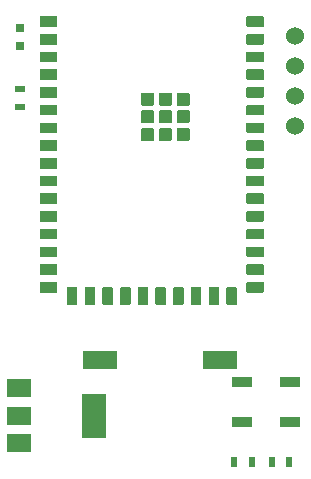
<source format=gbr>
G04 #@! TF.GenerationSoftware,KiCad,Pcbnew,(5.1.7)-1*
G04 #@! TF.CreationDate,2021-10-09T11:46:55+02:00*
G04 #@! TF.ProjectId,20210211_eduino,32303231-3032-4313-915f-656475696e6f,v1.0*
G04 #@! TF.SameCoordinates,Original*
G04 #@! TF.FileFunction,Paste,Bot*
G04 #@! TF.FilePolarity,Positive*
%FSLAX46Y46*%
G04 Gerber Fmt 4.6, Leading zero omitted, Abs format (unit mm)*
G04 Created by KiCad (PCBNEW (5.1.7)-1) date 2021-10-09 11:46:55*
%MOMM*%
%LPD*%
G01*
G04 APERTURE LIST*
%ADD10R,0.750000X0.800000*%
%ADD11R,0.900000X0.500000*%
%ADD12R,1.700000X0.900000*%
%ADD13R,2.000000X1.500000*%
%ADD14R,2.000000X3.800000*%
%ADD15C,1.524000*%
%ADD16R,0.500000X0.900000*%
%ADD17R,3.000000X1.500000*%
G04 APERTURE END LIST*
D10*
X129032000Y-43422000D03*
X129032000Y-41922000D03*
D11*
X129032000Y-48577500D03*
X129032000Y-47077500D03*
D12*
X151892000Y-71858400D03*
X151892000Y-75258400D03*
X147828000Y-75258400D03*
X147828000Y-71858400D03*
G36*
G01*
X149660000Y-40997100D02*
X149660000Y-41754900D01*
G75*
G02*
X149588900Y-41826000I-71100J0D01*
G01*
X148231100Y-41826000D01*
G75*
G02*
X148160000Y-41754900I0J71100D01*
G01*
X148160000Y-40997100D01*
G75*
G02*
X148231100Y-40926000I71100J0D01*
G01*
X149588900Y-40926000D01*
G75*
G02*
X149660000Y-40997100I0J-71100D01*
G01*
G37*
G36*
G01*
X149660000Y-42497100D02*
X149660000Y-43254900D01*
G75*
G02*
X149588900Y-43326000I-71100J0D01*
G01*
X148231100Y-43326000D01*
G75*
G02*
X148160000Y-43254900I0J71100D01*
G01*
X148160000Y-42497100D01*
G75*
G02*
X148231100Y-42426000I71100J0D01*
G01*
X149588900Y-42426000D01*
G75*
G02*
X149660000Y-42497100I0J-71100D01*
G01*
G37*
G36*
G01*
X149660000Y-43997100D02*
X149660000Y-44754900D01*
G75*
G02*
X149588900Y-44826000I-71100J0D01*
G01*
X148231100Y-44826000D01*
G75*
G02*
X148160000Y-44754900I0J71100D01*
G01*
X148160000Y-43997100D01*
G75*
G02*
X148231100Y-43926000I71100J0D01*
G01*
X149588900Y-43926000D01*
G75*
G02*
X149660000Y-43997100I0J-71100D01*
G01*
G37*
G36*
G01*
X149660000Y-45497100D02*
X149660000Y-46254900D01*
G75*
G02*
X149588900Y-46326000I-71100J0D01*
G01*
X148231100Y-46326000D01*
G75*
G02*
X148160000Y-46254900I0J71100D01*
G01*
X148160000Y-45497100D01*
G75*
G02*
X148231100Y-45426000I71100J0D01*
G01*
X149588900Y-45426000D01*
G75*
G02*
X149660000Y-45497100I0J-71100D01*
G01*
G37*
G36*
G01*
X149660000Y-46997100D02*
X149660000Y-47754900D01*
G75*
G02*
X149588900Y-47826000I-71100J0D01*
G01*
X148231100Y-47826000D01*
G75*
G02*
X148160000Y-47754900I0J71100D01*
G01*
X148160000Y-46997100D01*
G75*
G02*
X148231100Y-46926000I71100J0D01*
G01*
X149588900Y-46926000D01*
G75*
G02*
X149660000Y-46997100I0J-71100D01*
G01*
G37*
G36*
G01*
X149660000Y-48497100D02*
X149660000Y-49254900D01*
G75*
G02*
X149588900Y-49326000I-71100J0D01*
G01*
X148231100Y-49326000D01*
G75*
G02*
X148160000Y-49254900I0J71100D01*
G01*
X148160000Y-48497100D01*
G75*
G02*
X148231100Y-48426000I71100J0D01*
G01*
X149588900Y-48426000D01*
G75*
G02*
X149660000Y-48497100I0J-71100D01*
G01*
G37*
G36*
G01*
X149660000Y-49997100D02*
X149660000Y-50754900D01*
G75*
G02*
X149588900Y-50826000I-71100J0D01*
G01*
X148231100Y-50826000D01*
G75*
G02*
X148160000Y-50754900I0J71100D01*
G01*
X148160000Y-49997100D01*
G75*
G02*
X148231100Y-49926000I71100J0D01*
G01*
X149588900Y-49926000D01*
G75*
G02*
X149660000Y-49997100I0J-71100D01*
G01*
G37*
G36*
G01*
X149660000Y-51497100D02*
X149660000Y-52254900D01*
G75*
G02*
X149588900Y-52326000I-71100J0D01*
G01*
X148231100Y-52326000D01*
G75*
G02*
X148160000Y-52254900I0J71100D01*
G01*
X148160000Y-51497100D01*
G75*
G02*
X148231100Y-51426000I71100J0D01*
G01*
X149588900Y-51426000D01*
G75*
G02*
X149660000Y-51497100I0J-71100D01*
G01*
G37*
G36*
G01*
X149660000Y-52997100D02*
X149660000Y-53754900D01*
G75*
G02*
X149588900Y-53826000I-71100J0D01*
G01*
X148231100Y-53826000D01*
G75*
G02*
X148160000Y-53754900I0J71100D01*
G01*
X148160000Y-52997100D01*
G75*
G02*
X148231100Y-52926000I71100J0D01*
G01*
X149588900Y-52926000D01*
G75*
G02*
X149660000Y-52997100I0J-71100D01*
G01*
G37*
G36*
G01*
X149660000Y-54497100D02*
X149660000Y-55254900D01*
G75*
G02*
X149588900Y-55326000I-71100J0D01*
G01*
X148231100Y-55326000D01*
G75*
G02*
X148160000Y-55254900I0J71100D01*
G01*
X148160000Y-54497100D01*
G75*
G02*
X148231100Y-54426000I71100J0D01*
G01*
X149588900Y-54426000D01*
G75*
G02*
X149660000Y-54497100I0J-71100D01*
G01*
G37*
G36*
G01*
X149660000Y-55997100D02*
X149660000Y-56754900D01*
G75*
G02*
X149588900Y-56826000I-71100J0D01*
G01*
X148231100Y-56826000D01*
G75*
G02*
X148160000Y-56754900I0J71100D01*
G01*
X148160000Y-55997100D01*
G75*
G02*
X148231100Y-55926000I71100J0D01*
G01*
X149588900Y-55926000D01*
G75*
G02*
X149660000Y-55997100I0J-71100D01*
G01*
G37*
G36*
G01*
X149660000Y-57497100D02*
X149660000Y-58254900D01*
G75*
G02*
X149588900Y-58326000I-71100J0D01*
G01*
X148231100Y-58326000D01*
G75*
G02*
X148160000Y-58254900I0J71100D01*
G01*
X148160000Y-57497100D01*
G75*
G02*
X148231100Y-57426000I71100J0D01*
G01*
X149588900Y-57426000D01*
G75*
G02*
X149660000Y-57497100I0J-71100D01*
G01*
G37*
G36*
G01*
X149660000Y-58997100D02*
X149660000Y-59754900D01*
G75*
G02*
X149588900Y-59826000I-71100J0D01*
G01*
X148231100Y-59826000D01*
G75*
G02*
X148160000Y-59754900I0J71100D01*
G01*
X148160000Y-58997100D01*
G75*
G02*
X148231100Y-58926000I71100J0D01*
G01*
X149588900Y-58926000D01*
G75*
G02*
X149660000Y-58997100I0J-71100D01*
G01*
G37*
G36*
G01*
X149660000Y-60497100D02*
X149660000Y-61254900D01*
G75*
G02*
X149588900Y-61326000I-71100J0D01*
G01*
X148231100Y-61326000D01*
G75*
G02*
X148160000Y-61254900I0J71100D01*
G01*
X148160000Y-60497100D01*
G75*
G02*
X148231100Y-60426000I71100J0D01*
G01*
X149588900Y-60426000D01*
G75*
G02*
X149660000Y-60497100I0J-71100D01*
G01*
G37*
G36*
G01*
X149660000Y-61997100D02*
X149660000Y-62754900D01*
G75*
G02*
X149588900Y-62826000I-71100J0D01*
G01*
X148231100Y-62826000D01*
G75*
G02*
X148160000Y-62754900I0J71100D01*
G01*
X148160000Y-61997100D01*
G75*
G02*
X148231100Y-61926000I71100J0D01*
G01*
X149588900Y-61926000D01*
G75*
G02*
X149660000Y-61997100I0J-71100D01*
G01*
G37*
G36*
G01*
X149660000Y-63497100D02*
X149660000Y-64254900D01*
G75*
G02*
X149588900Y-64326000I-71100J0D01*
G01*
X148231100Y-64326000D01*
G75*
G02*
X148160000Y-64254900I0J71100D01*
G01*
X148160000Y-63497100D01*
G75*
G02*
X148231100Y-63426000I71100J0D01*
G01*
X149588900Y-63426000D01*
G75*
G02*
X149660000Y-63497100I0J-71100D01*
G01*
G37*
G36*
G01*
X147288900Y-65376000D02*
X146531100Y-65376000D01*
G75*
G02*
X146460000Y-65304900I0J71100D01*
G01*
X146460000Y-63947100D01*
G75*
G02*
X146531100Y-63876000I71100J0D01*
G01*
X147288900Y-63876000D01*
G75*
G02*
X147360000Y-63947100I0J-71100D01*
G01*
X147360000Y-65304900D01*
G75*
G02*
X147288900Y-65376000I-71100J0D01*
G01*
G37*
G36*
G01*
X145788900Y-65376000D02*
X145031100Y-65376000D01*
G75*
G02*
X144960000Y-65304900I0J71100D01*
G01*
X144960000Y-63947100D01*
G75*
G02*
X145031100Y-63876000I71100J0D01*
G01*
X145788900Y-63876000D01*
G75*
G02*
X145860000Y-63947100I0J-71100D01*
G01*
X145860000Y-65304900D01*
G75*
G02*
X145788900Y-65376000I-71100J0D01*
G01*
G37*
G36*
G01*
X144288900Y-65376000D02*
X143531100Y-65376000D01*
G75*
G02*
X143460000Y-65304900I0J71100D01*
G01*
X143460000Y-63947100D01*
G75*
G02*
X143531100Y-63876000I71100J0D01*
G01*
X144288900Y-63876000D01*
G75*
G02*
X144360000Y-63947100I0J-71100D01*
G01*
X144360000Y-65304900D01*
G75*
G02*
X144288900Y-65376000I-71100J0D01*
G01*
G37*
G36*
G01*
X142788900Y-65376000D02*
X142031100Y-65376000D01*
G75*
G02*
X141960000Y-65304900I0J71100D01*
G01*
X141960000Y-63947100D01*
G75*
G02*
X142031100Y-63876000I71100J0D01*
G01*
X142788900Y-63876000D01*
G75*
G02*
X142860000Y-63947100I0J-71100D01*
G01*
X142860000Y-65304900D01*
G75*
G02*
X142788900Y-65376000I-71100J0D01*
G01*
G37*
G36*
G01*
X141288900Y-65376000D02*
X140531100Y-65376000D01*
G75*
G02*
X140460000Y-65304900I0J71100D01*
G01*
X140460000Y-63947100D01*
G75*
G02*
X140531100Y-63876000I71100J0D01*
G01*
X141288900Y-63876000D01*
G75*
G02*
X141360000Y-63947100I0J-71100D01*
G01*
X141360000Y-65304900D01*
G75*
G02*
X141288900Y-65376000I-71100J0D01*
G01*
G37*
G36*
G01*
X139788900Y-65376000D02*
X139031100Y-65376000D01*
G75*
G02*
X138960000Y-65304900I0J71100D01*
G01*
X138960000Y-63947100D01*
G75*
G02*
X139031100Y-63876000I71100J0D01*
G01*
X139788900Y-63876000D01*
G75*
G02*
X139860000Y-63947100I0J-71100D01*
G01*
X139860000Y-65304900D01*
G75*
G02*
X139788900Y-65376000I-71100J0D01*
G01*
G37*
G36*
G01*
X138288900Y-65376000D02*
X137531100Y-65376000D01*
G75*
G02*
X137460000Y-65304900I0J71100D01*
G01*
X137460000Y-63947100D01*
G75*
G02*
X137531100Y-63876000I71100J0D01*
G01*
X138288900Y-63876000D01*
G75*
G02*
X138360000Y-63947100I0J-71100D01*
G01*
X138360000Y-65304900D01*
G75*
G02*
X138288900Y-65376000I-71100J0D01*
G01*
G37*
G36*
G01*
X136788900Y-65376000D02*
X136031100Y-65376000D01*
G75*
G02*
X135960000Y-65304900I0J71100D01*
G01*
X135960000Y-63947100D01*
G75*
G02*
X136031100Y-63876000I71100J0D01*
G01*
X136788900Y-63876000D01*
G75*
G02*
X136860000Y-63947100I0J-71100D01*
G01*
X136860000Y-65304900D01*
G75*
G02*
X136788900Y-65376000I-71100J0D01*
G01*
G37*
G36*
G01*
X135288900Y-65376000D02*
X134531100Y-65376000D01*
G75*
G02*
X134460000Y-65304900I0J71100D01*
G01*
X134460000Y-63947100D01*
G75*
G02*
X134531100Y-63876000I71100J0D01*
G01*
X135288900Y-63876000D01*
G75*
G02*
X135360000Y-63947100I0J-71100D01*
G01*
X135360000Y-65304900D01*
G75*
G02*
X135288900Y-65376000I-71100J0D01*
G01*
G37*
G36*
G01*
X133788900Y-65376000D02*
X133031100Y-65376000D01*
G75*
G02*
X132960000Y-65304900I0J71100D01*
G01*
X132960000Y-63947100D01*
G75*
G02*
X133031100Y-63876000I71100J0D01*
G01*
X133788900Y-63876000D01*
G75*
G02*
X133860000Y-63947100I0J-71100D01*
G01*
X133860000Y-65304900D01*
G75*
G02*
X133788900Y-65376000I-71100J0D01*
G01*
G37*
G36*
G01*
X130660000Y-64254900D02*
X130660000Y-63497100D01*
G75*
G02*
X130731100Y-63426000I71100J0D01*
G01*
X132088900Y-63426000D01*
G75*
G02*
X132160000Y-63497100I0J-71100D01*
G01*
X132160000Y-64254900D01*
G75*
G02*
X132088900Y-64326000I-71100J0D01*
G01*
X130731100Y-64326000D01*
G75*
G02*
X130660000Y-64254900I0J71100D01*
G01*
G37*
G36*
G01*
X130660000Y-62754900D02*
X130660000Y-61997100D01*
G75*
G02*
X130731100Y-61926000I71100J0D01*
G01*
X132088900Y-61926000D01*
G75*
G02*
X132160000Y-61997100I0J-71100D01*
G01*
X132160000Y-62754900D01*
G75*
G02*
X132088900Y-62826000I-71100J0D01*
G01*
X130731100Y-62826000D01*
G75*
G02*
X130660000Y-62754900I0J71100D01*
G01*
G37*
G36*
G01*
X130660000Y-61254900D02*
X130660000Y-60497100D01*
G75*
G02*
X130731100Y-60426000I71100J0D01*
G01*
X132088900Y-60426000D01*
G75*
G02*
X132160000Y-60497100I0J-71100D01*
G01*
X132160000Y-61254900D01*
G75*
G02*
X132088900Y-61326000I-71100J0D01*
G01*
X130731100Y-61326000D01*
G75*
G02*
X130660000Y-61254900I0J71100D01*
G01*
G37*
G36*
G01*
X130660000Y-59754900D02*
X130660000Y-58997100D01*
G75*
G02*
X130731100Y-58926000I71100J0D01*
G01*
X132088900Y-58926000D01*
G75*
G02*
X132160000Y-58997100I0J-71100D01*
G01*
X132160000Y-59754900D01*
G75*
G02*
X132088900Y-59826000I-71100J0D01*
G01*
X130731100Y-59826000D01*
G75*
G02*
X130660000Y-59754900I0J71100D01*
G01*
G37*
G36*
G01*
X130660000Y-58254900D02*
X130660000Y-57497100D01*
G75*
G02*
X130731100Y-57426000I71100J0D01*
G01*
X132088900Y-57426000D01*
G75*
G02*
X132160000Y-57497100I0J-71100D01*
G01*
X132160000Y-58254900D01*
G75*
G02*
X132088900Y-58326000I-71100J0D01*
G01*
X130731100Y-58326000D01*
G75*
G02*
X130660000Y-58254900I0J71100D01*
G01*
G37*
G36*
G01*
X130660000Y-56754900D02*
X130660000Y-55997100D01*
G75*
G02*
X130731100Y-55926000I71100J0D01*
G01*
X132088900Y-55926000D01*
G75*
G02*
X132160000Y-55997100I0J-71100D01*
G01*
X132160000Y-56754900D01*
G75*
G02*
X132088900Y-56826000I-71100J0D01*
G01*
X130731100Y-56826000D01*
G75*
G02*
X130660000Y-56754900I0J71100D01*
G01*
G37*
G36*
G01*
X130660000Y-55254900D02*
X130660000Y-54497100D01*
G75*
G02*
X130731100Y-54426000I71100J0D01*
G01*
X132088900Y-54426000D01*
G75*
G02*
X132160000Y-54497100I0J-71100D01*
G01*
X132160000Y-55254900D01*
G75*
G02*
X132088900Y-55326000I-71100J0D01*
G01*
X130731100Y-55326000D01*
G75*
G02*
X130660000Y-55254900I0J71100D01*
G01*
G37*
G36*
G01*
X130660000Y-53754900D02*
X130660000Y-52997100D01*
G75*
G02*
X130731100Y-52926000I71100J0D01*
G01*
X132088900Y-52926000D01*
G75*
G02*
X132160000Y-52997100I0J-71100D01*
G01*
X132160000Y-53754900D01*
G75*
G02*
X132088900Y-53826000I-71100J0D01*
G01*
X130731100Y-53826000D01*
G75*
G02*
X130660000Y-53754900I0J71100D01*
G01*
G37*
G36*
G01*
X130660000Y-52254900D02*
X130660000Y-51497100D01*
G75*
G02*
X130731100Y-51426000I71100J0D01*
G01*
X132088900Y-51426000D01*
G75*
G02*
X132160000Y-51497100I0J-71100D01*
G01*
X132160000Y-52254900D01*
G75*
G02*
X132088900Y-52326000I-71100J0D01*
G01*
X130731100Y-52326000D01*
G75*
G02*
X130660000Y-52254900I0J71100D01*
G01*
G37*
G36*
G01*
X130660000Y-50754900D02*
X130660000Y-49997100D01*
G75*
G02*
X130731100Y-49926000I71100J0D01*
G01*
X132088900Y-49926000D01*
G75*
G02*
X132160000Y-49997100I0J-71100D01*
G01*
X132160000Y-50754900D01*
G75*
G02*
X132088900Y-50826000I-71100J0D01*
G01*
X130731100Y-50826000D01*
G75*
G02*
X130660000Y-50754900I0J71100D01*
G01*
G37*
G36*
G01*
X130660000Y-49254900D02*
X130660000Y-48497100D01*
G75*
G02*
X130731100Y-48426000I71100J0D01*
G01*
X132088900Y-48426000D01*
G75*
G02*
X132160000Y-48497100I0J-71100D01*
G01*
X132160000Y-49254900D01*
G75*
G02*
X132088900Y-49326000I-71100J0D01*
G01*
X130731100Y-49326000D01*
G75*
G02*
X130660000Y-49254900I0J71100D01*
G01*
G37*
G36*
G01*
X130660000Y-47754900D02*
X130660000Y-46997100D01*
G75*
G02*
X130731100Y-46926000I71100J0D01*
G01*
X132088900Y-46926000D01*
G75*
G02*
X132160000Y-46997100I0J-71100D01*
G01*
X132160000Y-47754900D01*
G75*
G02*
X132088900Y-47826000I-71100J0D01*
G01*
X130731100Y-47826000D01*
G75*
G02*
X130660000Y-47754900I0J71100D01*
G01*
G37*
G36*
G01*
X130660000Y-46254900D02*
X130660000Y-45497100D01*
G75*
G02*
X130731100Y-45426000I71100J0D01*
G01*
X132088900Y-45426000D01*
G75*
G02*
X132160000Y-45497100I0J-71100D01*
G01*
X132160000Y-46254900D01*
G75*
G02*
X132088900Y-46326000I-71100J0D01*
G01*
X130731100Y-46326000D01*
G75*
G02*
X130660000Y-46254900I0J71100D01*
G01*
G37*
G36*
G01*
X130660000Y-44754900D02*
X130660000Y-43997100D01*
G75*
G02*
X130731100Y-43926000I71100J0D01*
G01*
X132088900Y-43926000D01*
G75*
G02*
X132160000Y-43997100I0J-71100D01*
G01*
X132160000Y-44754900D01*
G75*
G02*
X132088900Y-44826000I-71100J0D01*
G01*
X130731100Y-44826000D01*
G75*
G02*
X130660000Y-44754900I0J71100D01*
G01*
G37*
G36*
G01*
X130660000Y-43254900D02*
X130660000Y-42497100D01*
G75*
G02*
X130731100Y-42426000I71100J0D01*
G01*
X132088900Y-42426000D01*
G75*
G02*
X132160000Y-42497100I0J-71100D01*
G01*
X132160000Y-43254900D01*
G75*
G02*
X132088900Y-43326000I-71100J0D01*
G01*
X130731100Y-43326000D01*
G75*
G02*
X130660000Y-43254900I0J71100D01*
G01*
G37*
G36*
G01*
X130660000Y-41754900D02*
X130660000Y-40997100D01*
G75*
G02*
X130731100Y-40926000I71100J0D01*
G01*
X132088900Y-40926000D01*
G75*
G02*
X132160000Y-40997100I0J-71100D01*
G01*
X132160000Y-41754900D01*
G75*
G02*
X132088900Y-41826000I-71100J0D01*
G01*
X130731100Y-41826000D01*
G75*
G02*
X130660000Y-41754900I0J71100D01*
G01*
G37*
G36*
G01*
X142250000Y-48414100D02*
X142250000Y-47487900D01*
G75*
G02*
X142336900Y-47401000I86900J0D01*
G01*
X143263100Y-47401000D01*
G75*
G02*
X143350000Y-47487900I0J-86900D01*
G01*
X143350000Y-48414100D01*
G75*
G02*
X143263100Y-48501000I-86900J0D01*
G01*
X142336900Y-48501000D01*
G75*
G02*
X142250000Y-48414100I0J86900D01*
G01*
G37*
G36*
G01*
X140750000Y-48414100D02*
X140750000Y-47487900D01*
G75*
G02*
X140836900Y-47401000I86900J0D01*
G01*
X141763100Y-47401000D01*
G75*
G02*
X141850000Y-47487900I0J-86900D01*
G01*
X141850000Y-48414100D01*
G75*
G02*
X141763100Y-48501000I-86900J0D01*
G01*
X140836900Y-48501000D01*
G75*
G02*
X140750000Y-48414100I0J86900D01*
G01*
G37*
G36*
G01*
X139250000Y-48414100D02*
X139250000Y-47487900D01*
G75*
G02*
X139336900Y-47401000I86900J0D01*
G01*
X140263100Y-47401000D01*
G75*
G02*
X140350000Y-47487900I0J-86900D01*
G01*
X140350000Y-48414100D01*
G75*
G02*
X140263100Y-48501000I-86900J0D01*
G01*
X139336900Y-48501000D01*
G75*
G02*
X139250000Y-48414100I0J86900D01*
G01*
G37*
G36*
G01*
X142250000Y-49914100D02*
X142250000Y-48987900D01*
G75*
G02*
X142336900Y-48901000I86900J0D01*
G01*
X143263100Y-48901000D01*
G75*
G02*
X143350000Y-48987900I0J-86900D01*
G01*
X143350000Y-49914100D01*
G75*
G02*
X143263100Y-50001000I-86900J0D01*
G01*
X142336900Y-50001000D01*
G75*
G02*
X142250000Y-49914100I0J86900D01*
G01*
G37*
G36*
G01*
X140750000Y-49914100D02*
X140750000Y-48987900D01*
G75*
G02*
X140836900Y-48901000I86900J0D01*
G01*
X141763100Y-48901000D01*
G75*
G02*
X141850000Y-48987900I0J-86900D01*
G01*
X141850000Y-49914100D01*
G75*
G02*
X141763100Y-50001000I-86900J0D01*
G01*
X140836900Y-50001000D01*
G75*
G02*
X140750000Y-49914100I0J86900D01*
G01*
G37*
G36*
G01*
X139250000Y-49914100D02*
X139250000Y-48987900D01*
G75*
G02*
X139336900Y-48901000I86900J0D01*
G01*
X140263100Y-48901000D01*
G75*
G02*
X140350000Y-48987900I0J-86900D01*
G01*
X140350000Y-49914100D01*
G75*
G02*
X140263100Y-50001000I-86900J0D01*
G01*
X139336900Y-50001000D01*
G75*
G02*
X139250000Y-49914100I0J86900D01*
G01*
G37*
G36*
G01*
X142250000Y-51414100D02*
X142250000Y-50487900D01*
G75*
G02*
X142336900Y-50401000I86900J0D01*
G01*
X143263100Y-50401000D01*
G75*
G02*
X143350000Y-50487900I0J-86900D01*
G01*
X143350000Y-51414100D01*
G75*
G02*
X143263100Y-51501000I-86900J0D01*
G01*
X142336900Y-51501000D01*
G75*
G02*
X142250000Y-51414100I0J86900D01*
G01*
G37*
G36*
G01*
X140750000Y-51414100D02*
X140750000Y-50487900D01*
G75*
G02*
X140836900Y-50401000I86900J0D01*
G01*
X141763100Y-50401000D01*
G75*
G02*
X141850000Y-50487900I0J-86900D01*
G01*
X141850000Y-51414100D01*
G75*
G02*
X141763100Y-51501000I-86900J0D01*
G01*
X140836900Y-51501000D01*
G75*
G02*
X140750000Y-51414100I0J86900D01*
G01*
G37*
G36*
G01*
X139250000Y-51414100D02*
X139250000Y-50487900D01*
G75*
G02*
X139336900Y-50401000I86900J0D01*
G01*
X140263100Y-50401000D01*
G75*
G02*
X140350000Y-50487900I0J-86900D01*
G01*
X140350000Y-51414100D01*
G75*
G02*
X140263100Y-51501000I-86900J0D01*
G01*
X139336900Y-51501000D01*
G75*
G02*
X139250000Y-51414100I0J86900D01*
G01*
G37*
D13*
X128930000Y-77039500D03*
X128930000Y-72439500D03*
X128930000Y-74739500D03*
D14*
X135230000Y-74739500D03*
D15*
X152248000Y-50190400D03*
X152248000Y-47650400D03*
X152248000Y-45110400D03*
X152248000Y-42570400D03*
D16*
X148641000Y-78689200D03*
X147141000Y-78689200D03*
X150290000Y-78689200D03*
X151790000Y-78689200D03*
D17*
X135788000Y-70053200D03*
X145948000Y-70053200D03*
M02*

</source>
